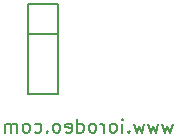
<source format=gbo>
G04 (created by PCBNEW (2013-jul-07)-stable) date Tue 05 Jan 2016 02:20:32 PM PST*
%MOIN*%
G04 Gerber Fmt 3.4, Leading zero omitted, Abs format*
%FSLAX34Y34*%
G01*
G70*
G90*
G04 APERTURE LIST*
%ADD10C,0.00590551*%
%ADD11C,0.008*%
%ADD12C,0.006*%
G04 APERTURE END LIST*
G54D10*
G54D11*
X45807Y-45482D02*
X45721Y-45782D01*
X45635Y-45567D01*
X45550Y-45782D01*
X45464Y-45482D01*
X45335Y-45482D02*
X45250Y-45782D01*
X45164Y-45567D01*
X45078Y-45782D01*
X44992Y-45482D01*
X44864Y-45482D02*
X44778Y-45782D01*
X44692Y-45567D01*
X44607Y-45782D01*
X44521Y-45482D01*
X44349Y-45739D02*
X44328Y-45760D01*
X44349Y-45782D01*
X44371Y-45760D01*
X44349Y-45739D01*
X44349Y-45782D01*
X44135Y-45782D02*
X44135Y-45482D01*
X44135Y-45332D02*
X44157Y-45353D01*
X44135Y-45375D01*
X44114Y-45353D01*
X44135Y-45332D01*
X44135Y-45375D01*
X43857Y-45782D02*
X43899Y-45760D01*
X43921Y-45739D01*
X43942Y-45696D01*
X43942Y-45567D01*
X43921Y-45525D01*
X43899Y-45503D01*
X43857Y-45482D01*
X43792Y-45482D01*
X43749Y-45503D01*
X43728Y-45525D01*
X43707Y-45567D01*
X43707Y-45696D01*
X43728Y-45739D01*
X43749Y-45760D01*
X43792Y-45782D01*
X43857Y-45782D01*
X43514Y-45782D02*
X43514Y-45482D01*
X43514Y-45567D02*
X43492Y-45525D01*
X43471Y-45503D01*
X43428Y-45482D01*
X43385Y-45482D01*
X43171Y-45782D02*
X43214Y-45760D01*
X43235Y-45739D01*
X43257Y-45696D01*
X43257Y-45567D01*
X43235Y-45525D01*
X43214Y-45503D01*
X43171Y-45482D01*
X43107Y-45482D01*
X43064Y-45503D01*
X43042Y-45525D01*
X43021Y-45567D01*
X43021Y-45696D01*
X43042Y-45739D01*
X43064Y-45760D01*
X43107Y-45782D01*
X43171Y-45782D01*
X42635Y-45782D02*
X42635Y-45332D01*
X42635Y-45760D02*
X42678Y-45782D01*
X42764Y-45782D01*
X42807Y-45760D01*
X42828Y-45739D01*
X42849Y-45696D01*
X42849Y-45567D01*
X42828Y-45525D01*
X42807Y-45503D01*
X42764Y-45482D01*
X42678Y-45482D01*
X42635Y-45503D01*
X42249Y-45760D02*
X42292Y-45782D01*
X42378Y-45782D01*
X42421Y-45760D01*
X42442Y-45717D01*
X42442Y-45546D01*
X42421Y-45503D01*
X42378Y-45482D01*
X42292Y-45482D01*
X42249Y-45503D01*
X42228Y-45546D01*
X42228Y-45589D01*
X42442Y-45632D01*
X41971Y-45782D02*
X42014Y-45760D01*
X42035Y-45739D01*
X42057Y-45696D01*
X42057Y-45567D01*
X42035Y-45525D01*
X42014Y-45503D01*
X41971Y-45482D01*
X41907Y-45482D01*
X41864Y-45503D01*
X41842Y-45525D01*
X41821Y-45567D01*
X41821Y-45696D01*
X41842Y-45739D01*
X41864Y-45760D01*
X41907Y-45782D01*
X41971Y-45782D01*
X41628Y-45739D02*
X41607Y-45760D01*
X41628Y-45782D01*
X41649Y-45760D01*
X41628Y-45739D01*
X41628Y-45782D01*
X41221Y-45760D02*
X41264Y-45782D01*
X41349Y-45782D01*
X41392Y-45760D01*
X41414Y-45739D01*
X41435Y-45696D01*
X41435Y-45567D01*
X41414Y-45525D01*
X41392Y-45503D01*
X41349Y-45482D01*
X41264Y-45482D01*
X41221Y-45503D01*
X40964Y-45782D02*
X41007Y-45760D01*
X41028Y-45739D01*
X41049Y-45696D01*
X41049Y-45567D01*
X41028Y-45525D01*
X41007Y-45503D01*
X40964Y-45482D01*
X40899Y-45482D01*
X40857Y-45503D01*
X40835Y-45525D01*
X40814Y-45567D01*
X40814Y-45696D01*
X40835Y-45739D01*
X40857Y-45760D01*
X40899Y-45782D01*
X40964Y-45782D01*
X40621Y-45782D02*
X40621Y-45482D01*
X40621Y-45525D02*
X40599Y-45503D01*
X40557Y-45482D01*
X40492Y-45482D01*
X40449Y-45503D01*
X40428Y-45546D01*
X40428Y-45782D01*
X40428Y-45546D02*
X40407Y-45503D01*
X40364Y-45482D01*
X40299Y-45482D01*
X40257Y-45503D01*
X40235Y-45546D01*
X40235Y-45782D01*
G54D12*
X42000Y-41500D02*
X41000Y-41500D01*
X41000Y-41500D02*
X41000Y-44500D01*
X41000Y-44500D02*
X42000Y-44500D01*
X42000Y-44500D02*
X42000Y-41500D01*
X41000Y-42500D02*
X42000Y-42500D01*
M02*

</source>
